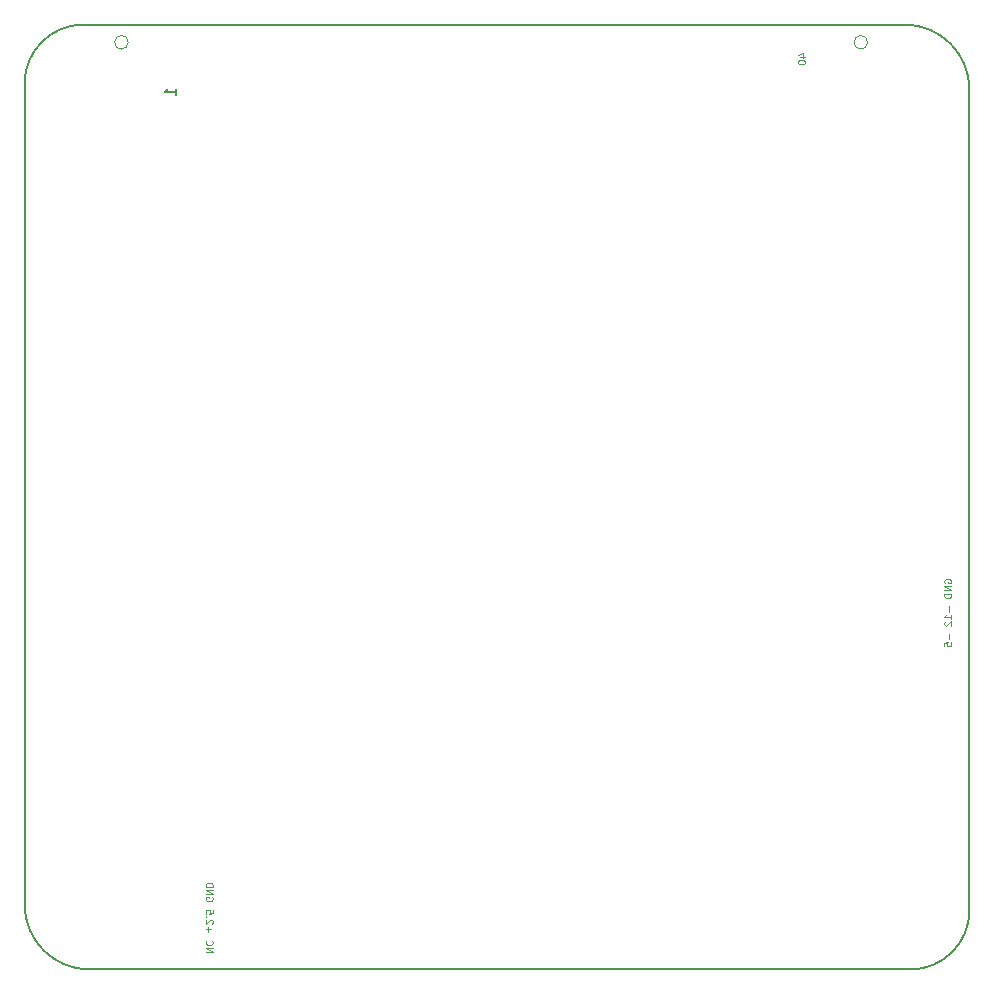
<source format=gbr>
G04 #@! TF.GenerationSoftware,KiCad,Pcbnew,(5.1.12-1-10_14)*
G04 #@! TF.CreationDate,2022-06-16T22:18:06-07:00*
G04 #@! TF.ProjectId,as3340,61733333-3430-42e6-9b69-6361645f7063,rev?*
G04 #@! TF.SameCoordinates,Original*
G04 #@! TF.FileFunction,Legend,Bot*
G04 #@! TF.FilePolarity,Positive*
%FSLAX46Y46*%
G04 Gerber Fmt 4.6, Leading zero omitted, Abs format (unit mm)*
G04 Created by KiCad (PCBNEW (5.1.12-1-10_14)) date 2022-06-16 22:18:06*
%MOMM*%
%LPD*%
G01*
G04 APERTURE LIST*
%ADD10C,0.090000*%
%ADD11C,0.150000*%
G04 #@! TA.AperFunction,Profile*
%ADD12C,0.050000*%
G04 #@! TD*
G04 #@! TA.AperFunction,Profile*
%ADD13C,0.150000*%
G04 #@! TD*
G04 APERTURE END LIST*
D10*
X82328571Y-104028571D02*
X82928571Y-104028571D01*
X82328571Y-103685714D01*
X82928571Y-103685714D01*
X82385714Y-103057142D02*
X82357142Y-103085714D01*
X82328571Y-103171428D01*
X82328571Y-103228571D01*
X82357142Y-103314285D01*
X82414285Y-103371428D01*
X82471428Y-103400000D01*
X82585714Y-103428571D01*
X82671428Y-103428571D01*
X82785714Y-103400000D01*
X82842857Y-103371428D01*
X82900000Y-103314285D01*
X82928571Y-103228571D01*
X82928571Y-103171428D01*
X82900000Y-103085714D01*
X82871428Y-103057142D01*
X82557142Y-102342857D02*
X82557142Y-101885714D01*
X82328571Y-102114285D02*
X82785714Y-102114285D01*
X82871428Y-101628571D02*
X82900000Y-101600000D01*
X82928571Y-101542857D01*
X82928571Y-101400000D01*
X82900000Y-101342857D01*
X82871428Y-101314285D01*
X82814285Y-101285714D01*
X82757142Y-101285714D01*
X82671428Y-101314285D01*
X82328571Y-101657142D01*
X82328571Y-101285714D01*
X82385714Y-101028571D02*
X82357142Y-101000000D01*
X82328571Y-101028571D01*
X82357142Y-101057142D01*
X82385714Y-101028571D01*
X82328571Y-101028571D01*
X82928571Y-100457142D02*
X82928571Y-100742857D01*
X82642857Y-100771428D01*
X82671428Y-100742857D01*
X82700000Y-100685714D01*
X82700000Y-100542857D01*
X82671428Y-100485714D01*
X82642857Y-100457142D01*
X82585714Y-100428571D01*
X82442857Y-100428571D01*
X82385714Y-100457142D01*
X82357142Y-100485714D01*
X82328571Y-100542857D01*
X82328571Y-100685714D01*
X82357142Y-100742857D01*
X82385714Y-100771428D01*
X82900000Y-99400000D02*
X82928571Y-99457142D01*
X82928571Y-99542857D01*
X82900000Y-99628571D01*
X82842857Y-99685714D01*
X82785714Y-99714285D01*
X82671428Y-99742857D01*
X82585714Y-99742857D01*
X82471428Y-99714285D01*
X82414285Y-99685714D01*
X82357142Y-99628571D01*
X82328571Y-99542857D01*
X82328571Y-99485714D01*
X82357142Y-99400000D01*
X82385714Y-99371428D01*
X82585714Y-99371428D01*
X82585714Y-99485714D01*
X82328571Y-99114285D02*
X82928571Y-99114285D01*
X82328571Y-98771428D01*
X82928571Y-98771428D01*
X82328571Y-98485714D02*
X82928571Y-98485714D01*
X82928571Y-98342857D01*
X82900000Y-98257142D01*
X82842857Y-98200000D01*
X82785714Y-98171428D01*
X82671428Y-98142857D01*
X82585714Y-98142857D01*
X82471428Y-98171428D01*
X82414285Y-98200000D01*
X82357142Y-98257142D01*
X82328571Y-98342857D01*
X82328571Y-98485714D01*
X144900000Y-72785714D02*
X144871428Y-72728571D01*
X144871428Y-72642857D01*
X144900000Y-72557142D01*
X144957142Y-72500000D01*
X145014285Y-72471428D01*
X145128571Y-72442857D01*
X145214285Y-72442857D01*
X145328571Y-72471428D01*
X145385714Y-72500000D01*
X145442857Y-72557142D01*
X145471428Y-72642857D01*
X145471428Y-72700000D01*
X145442857Y-72785714D01*
X145414285Y-72814285D01*
X145214285Y-72814285D01*
X145214285Y-72700000D01*
X145471428Y-73071428D02*
X144871428Y-73071428D01*
X145471428Y-73414285D01*
X144871428Y-73414285D01*
X145471428Y-73700000D02*
X144871428Y-73700000D01*
X144871428Y-73842857D01*
X144900000Y-73928571D01*
X144957142Y-73985714D01*
X145014285Y-74014285D01*
X145128571Y-74042857D01*
X145214285Y-74042857D01*
X145328571Y-74014285D01*
X145385714Y-73985714D01*
X145442857Y-73928571D01*
X145471428Y-73842857D01*
X145471428Y-73700000D01*
X145242857Y-74757142D02*
X145242857Y-75214285D01*
X145471428Y-75814285D02*
X145471428Y-75471428D01*
X145471428Y-75642857D02*
X144871428Y-75642857D01*
X144957142Y-75585714D01*
X145014285Y-75528571D01*
X145042857Y-75471428D01*
X144928571Y-76042857D02*
X144900000Y-76071428D01*
X144871428Y-76128571D01*
X144871428Y-76271428D01*
X144900000Y-76328571D01*
X144928571Y-76357142D01*
X144985714Y-76385714D01*
X145042857Y-76385714D01*
X145128571Y-76357142D01*
X145471428Y-76014285D01*
X145471428Y-76385714D01*
X145242857Y-77100000D02*
X145242857Y-77557142D01*
X144871428Y-78128571D02*
X144871428Y-77842857D01*
X145157142Y-77814285D01*
X145128571Y-77842857D01*
X145100000Y-77900000D01*
X145100000Y-78042857D01*
X145128571Y-78100000D01*
X145157142Y-78128571D01*
X145214285Y-78157142D01*
X145357142Y-78157142D01*
X145414285Y-78128571D01*
X145442857Y-78100000D01*
X145471428Y-78042857D01*
X145471428Y-77900000D01*
X145442857Y-77842857D01*
X145414285Y-77814285D01*
X132671428Y-28228571D02*
X133071428Y-28228571D01*
X132442857Y-28085714D02*
X132871428Y-27942857D01*
X132871428Y-28314285D01*
X132471428Y-28657142D02*
X132471428Y-28714285D01*
X132500000Y-28771428D01*
X132528571Y-28800000D01*
X132585714Y-28828571D01*
X132700000Y-28857142D01*
X132842857Y-28857142D01*
X132957142Y-28828571D01*
X133014285Y-28800000D01*
X133042857Y-28771428D01*
X133071428Y-28714285D01*
X133071428Y-28657142D01*
X133042857Y-28600000D01*
X133014285Y-28571428D01*
X132957142Y-28542857D01*
X132842857Y-28514285D01*
X132700000Y-28514285D01*
X132585714Y-28542857D01*
X132528571Y-28571428D01*
X132500000Y-28600000D01*
X132471428Y-28657142D01*
D11*
X79852380Y-31485714D02*
X79852380Y-30914285D01*
X79852380Y-31200000D02*
X78852380Y-31200000D01*
X78995238Y-31104761D01*
X79090476Y-31009523D01*
X79138095Y-30914285D01*
D12*
X138376000Y-27000000D02*
G75*
G03*
X138376000Y-27000000I-576000J0D01*
G01*
X75776000Y-27000000D02*
G75*
G03*
X75776000Y-27000000I-576000J0D01*
G01*
D13*
X147000000Y-100500000D02*
X147000000Y-31000000D01*
X67000000Y-30500000D02*
X67000000Y-100000000D01*
X142000000Y-105500000D02*
X72500000Y-105500000D01*
X72500000Y-105500000D02*
G75*
G02*
X67000000Y-100000000I0J5500000D01*
G01*
X147000000Y-100500000D02*
G75*
G02*
X142000000Y-105500000I-5000000J0D01*
G01*
X72000000Y-25500000D02*
X141500000Y-25500000D01*
X67000000Y-30500000D02*
G75*
G02*
X72000000Y-25500000I5000000J0D01*
G01*
X141500000Y-25500000D02*
G75*
G02*
X147000000Y-31000000I0J-5500000D01*
G01*
M02*

</source>
